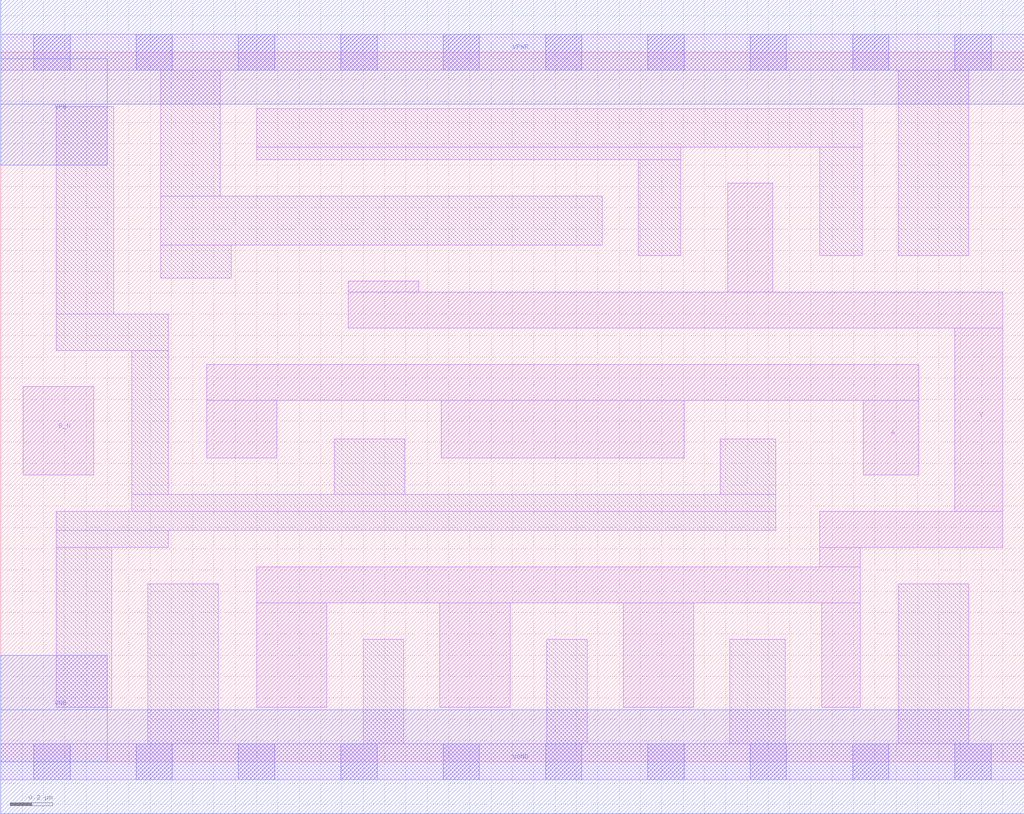
<source format=lef>
# Copyright 2020 The SkyWater PDK Authors
#
# Licensed under the Apache License, Version 2.0 (the "License");
# you may not use this file except in compliance with the License.
# You may obtain a copy of the License at
#
#     https://www.apache.org/licenses/LICENSE-2.0
#
# Unless required by applicable law or agreed to in writing, software
# distributed under the License is distributed on an "AS IS" BASIS,
# WITHOUT WARRANTIES OR CONDITIONS OF ANY KIND, either express or implied.
# See the License for the specific language governing permissions and
# limitations under the License.
#
# SPDX-License-Identifier: Apache-2.0

VERSION 5.5 ;
NAMESCASESENSITIVE ON ;
BUSBITCHARS "[]" ;
DIVIDERCHAR "/" ;
MACRO sky130_fd_sc_lp__nor2b_4
  CLASS CORE ;
  SOURCE USER ;
  ORIGIN  0.000000  0.000000 ;
  SIZE  4.800000 BY  3.330000 ;
  SYMMETRY X Y R90 ;
  SITE unit ;
  PIN A
    ANTENNAGATEAREA  1.260000 ;
    DIRECTION INPUT ;
    USE SIGNAL ;
    PORT
      LAYER li1 ;
        RECT 0.965000 1.425000 1.295000 1.695000 ;
        RECT 0.965000 1.695000 4.305000 1.865000 ;
        RECT 2.065000 1.425000 3.205000 1.695000 ;
        RECT 4.045000 1.345000 4.305000 1.695000 ;
    END
  END A
  PIN B_N
    ANTENNAGATEAREA  0.315000 ;
    DIRECTION INPUT ;
    USE SIGNAL ;
    PORT
      LAYER li1 ;
        RECT 0.105000 1.345000 0.435000 1.760000 ;
    END
  END B_N
  PIN Y
    ANTENNADIFFAREA  1.646400 ;
    DIRECTION OUTPUT ;
    USE SIGNAL ;
    PORT
      LAYER li1 ;
        RECT 1.200000 0.255000 1.530000 0.745000 ;
        RECT 1.200000 0.745000 4.030000 0.915000 ;
        RECT 1.630000 2.035000 4.700000 2.205000 ;
        RECT 1.630000 2.205000 1.960000 2.255000 ;
        RECT 2.060000 0.255000 2.390000 0.745000 ;
        RECT 2.920000 0.255000 3.250000 0.745000 ;
        RECT 3.410000 2.205000 3.620000 2.715000 ;
        RECT 3.840000 0.915000 4.030000 1.005000 ;
        RECT 3.840000 1.005000 4.700000 1.175000 ;
        RECT 3.850000 0.255000 4.030000 0.745000 ;
        RECT 4.475000 1.175000 4.700000 2.035000 ;
    END
  END Y
  PIN VGND
    DIRECTION INOUT ;
    USE GROUND ;
    PORT
      LAYER met1 ;
        RECT 0.000000 -0.245000 4.800000 0.245000 ;
    END
  END VGND
  PIN VNB
    DIRECTION INOUT ;
    USE GROUND ;
    PORT
      LAYER met1 ;
        RECT 0.000000 0.000000 0.500000 0.500000 ;
    END
  END VNB
  PIN VPB
    DIRECTION INOUT ;
    USE POWER ;
    PORT
      LAYER met1 ;
        RECT 0.000000 2.800000 0.500000 3.300000 ;
    END
  END VPB
  PIN VPWR
    DIRECTION INOUT ;
    USE POWER ;
    PORT
      LAYER met1 ;
        RECT 0.000000 3.085000 4.800000 3.575000 ;
    END
  END VPWR
  OBS
    LAYER li1 ;
      RECT 0.000000 -0.085000 4.800000 0.085000 ;
      RECT 0.000000  3.245000 4.800000 3.415000 ;
      RECT 0.260000  0.255000 0.520000 1.005000 ;
      RECT 0.260000  1.005000 0.785000 1.085000 ;
      RECT 0.260000  1.085000 3.635000 1.175000 ;
      RECT 0.260000  1.930000 0.785000 2.100000 ;
      RECT 0.260000  2.100000 0.530000 3.075000 ;
      RECT 0.615000  1.175000 3.635000 1.255000 ;
      RECT 0.615000  1.255000 0.785000 1.930000 ;
      RECT 0.690000  0.085000 1.020000 0.835000 ;
      RECT 0.750000  2.270000 1.080000 2.425000 ;
      RECT 0.750000  2.425000 2.820000 2.655000 ;
      RECT 0.750000  2.655000 1.030000 3.245000 ;
      RECT 1.200000  2.825000 3.190000 2.885000 ;
      RECT 1.200000  2.885000 4.040000 3.065000 ;
      RECT 1.565000  1.255000 1.895000 1.515000 ;
      RECT 1.700000  0.085000 1.890000 0.575000 ;
      RECT 2.560000  0.085000 2.750000 0.575000 ;
      RECT 2.990000  2.375000 3.190000 2.825000 ;
      RECT 3.375000  1.255000 3.635000 1.515000 ;
      RECT 3.420000  0.085000 3.680000 0.575000 ;
      RECT 3.840000  2.375000 4.040000 2.885000 ;
      RECT 4.210000  0.085000 4.540000 0.835000 ;
      RECT 4.210000  2.375000 4.540000 3.245000 ;
    LAYER mcon ;
      RECT 0.155000 -0.085000 0.325000 0.085000 ;
      RECT 0.155000  3.245000 0.325000 3.415000 ;
      RECT 0.635000 -0.085000 0.805000 0.085000 ;
      RECT 0.635000  3.245000 0.805000 3.415000 ;
      RECT 1.115000 -0.085000 1.285000 0.085000 ;
      RECT 1.115000  3.245000 1.285000 3.415000 ;
      RECT 1.595000 -0.085000 1.765000 0.085000 ;
      RECT 1.595000  3.245000 1.765000 3.415000 ;
      RECT 2.075000 -0.085000 2.245000 0.085000 ;
      RECT 2.075000  3.245000 2.245000 3.415000 ;
      RECT 2.555000 -0.085000 2.725000 0.085000 ;
      RECT 2.555000  3.245000 2.725000 3.415000 ;
      RECT 3.035000 -0.085000 3.205000 0.085000 ;
      RECT 3.035000  3.245000 3.205000 3.415000 ;
      RECT 3.515000 -0.085000 3.685000 0.085000 ;
      RECT 3.515000  3.245000 3.685000 3.415000 ;
      RECT 3.995000 -0.085000 4.165000 0.085000 ;
      RECT 3.995000  3.245000 4.165000 3.415000 ;
      RECT 4.475000 -0.085000 4.645000 0.085000 ;
      RECT 4.475000  3.245000 4.645000 3.415000 ;
  END
END sky130_fd_sc_lp__nor2b_4

</source>
